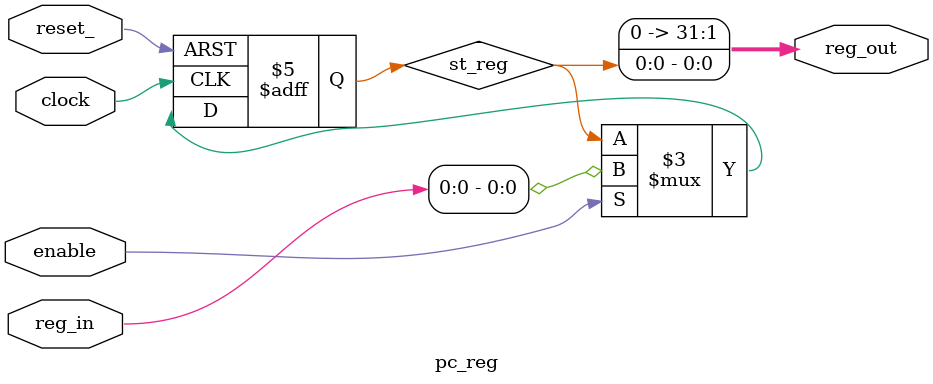
<source format=v>
`include "defines.v"

module pc_reg(reset_,
              enable,
              clock,
              reg_out,
              reg_in);
// Location of source csl unit: file name = csl_example_unit.csl line number = 391
//  Bitrange of state register port for register module pc_reg is of another type than number. No evaluation support available. Default is [0:0].
  input reset_;
  input enable;
  input clock;
  input [32 - 1:0] reg_in;
  output [32 - 1:0] reg_out;
  reg st_reg;
  assign   reg_out = st_reg;

  always @( posedge clock or negedge reset_ )  begin 
    if ( ~(reset_) )  begin 
      st_reg <= 0;
    end
    else if ( enable )  begin 
        st_reg <= reg_in;
      end
  end
  endmodule


</source>
